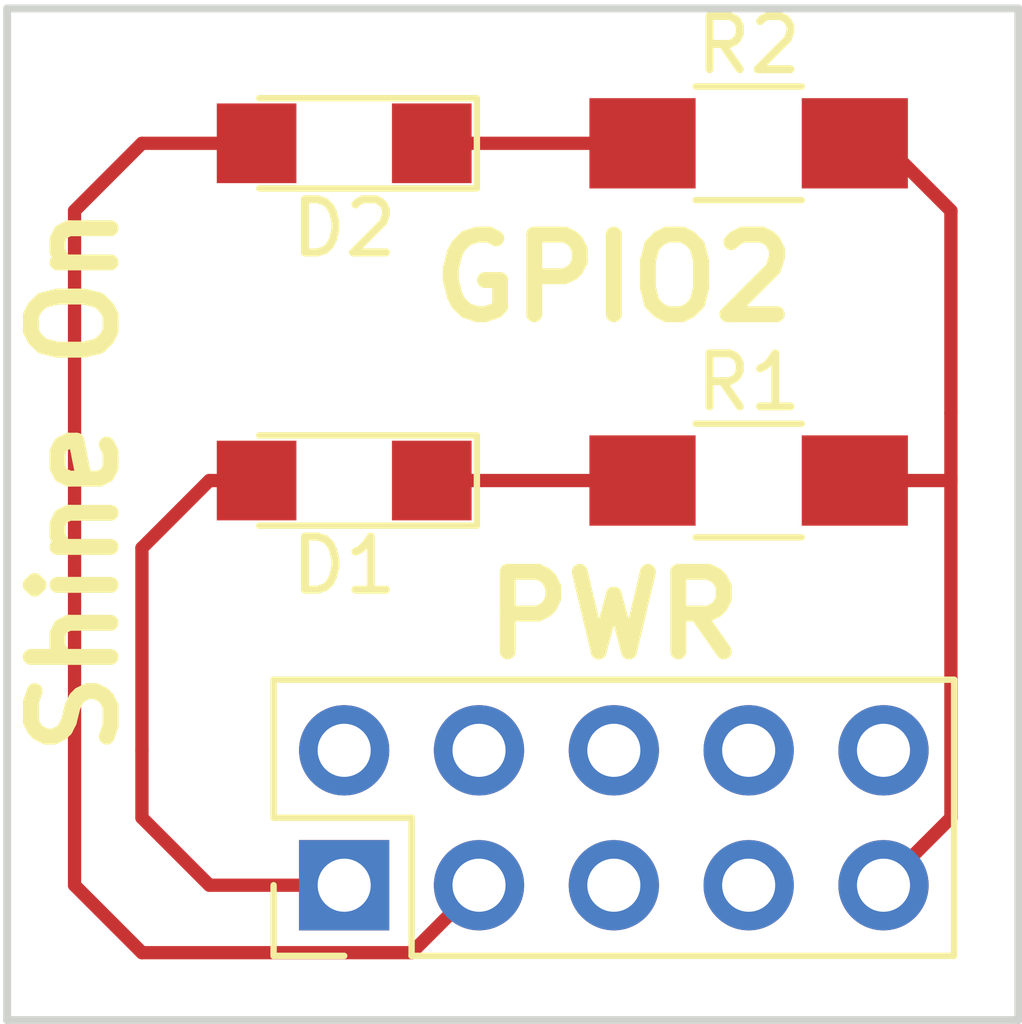
<source format=kicad_pcb>
(kicad_pcb (version 4) (host pcbnew 4.0.7)

  (general
    (links 6)
    (no_connects 0)
    (area 153.594999 88.824999 172.795001 108.025001)
    (thickness 1.6)
    (drawings 7)
    (tracks 21)
    (zones 0)
    (modules 5)
    (nets 13)
  )

  (page A4)
  (layers
    (0 F.Cu signal)
    (31 B.Cu signal)
    (32 B.Adhes user)
    (33 F.Adhes user)
    (34 B.Paste user)
    (35 F.Paste user)
    (36 B.SilkS user)
    (37 F.SilkS user)
    (38 B.Mask user)
    (39 F.Mask user)
    (40 Dwgs.User user)
    (41 Cmts.User user)
    (42 Eco1.User user)
    (43 Eco2.User user)
    (44 Edge.Cuts user)
    (45 Margin user)
    (46 B.CrtYd user)
    (47 F.CrtYd user)
    (48 B.Fab user)
    (49 F.Fab user)
  )

  (setup
    (last_trace_width 0.25)
    (trace_clearance 0.2)
    (zone_clearance 0.508)
    (zone_45_only no)
    (trace_min 0.2)
    (segment_width 0.2)
    (edge_width 0.15)
    (via_size 0.6)
    (via_drill 0.4)
    (via_min_size 0.4)
    (via_min_drill 0.3)
    (uvia_size 0.3)
    (uvia_drill 0.1)
    (uvias_allowed no)
    (uvia_min_size 0.2)
    (uvia_min_drill 0.1)
    (pcb_text_width 0.3)
    (pcb_text_size 1.5 1.5)
    (mod_edge_width 0.15)
    (mod_text_size 1 1)
    (mod_text_width 0.15)
    (pad_size 1.524 1.524)
    (pad_drill 0.762)
    (pad_to_mask_clearance 0.2)
    (aux_axis_origin 0 0)
    (visible_elements FFFFFF7F)
    (pcbplotparams
      (layerselection 0x00030_80000001)
      (usegerberextensions false)
      (excludeedgelayer true)
      (linewidth 0.100000)
      (plotframeref false)
      (viasonmask false)
      (mode 1)
      (useauxorigin false)
      (hpglpennumber 1)
      (hpglpenspeed 20)
      (hpglpendiameter 15)
      (hpglpenoverlay 2)
      (psnegative false)
      (psa4output false)
      (plotreference true)
      (plotvalue true)
      (plotinvisibletext false)
      (padsonsilk false)
      (subtractmaskfromsilk false)
      (outputformat 1)
      (mirror false)
      (drillshape 1)
      (scaleselection 1)
      (outputdirectory ""))
  )

  (net 0 "")
  (net 1 "Net-(D1-Pad2)")
  (net 2 "Net-(D1-Pad1)")
  (net 3 "Net-(D2-Pad2)")
  (net 4 "Net-(D2-Pad1)")
  (net 5 "Net-(J1-Pad2)")
  (net 6 "Net-(J1-Pad6)")
  (net 7 "Net-(J1-Pad7)")
  (net 8 "Net-(J1-Pad8)")
  (net 9 "Net-(J1-Pad9)")
  (net 10 "Net-(J1-Pad10)")
  (net 11 "Net-(J1-Pad5)")
  (net 12 "Net-(J1-Pad4)")

  (net_class Default "This is the default net class."
    (clearance 0.2)
    (trace_width 0.25)
    (via_dia 0.6)
    (via_drill 0.4)
    (uvia_dia 0.3)
    (uvia_drill 0.1)
    (add_net "Net-(D1-Pad1)")
    (add_net "Net-(D1-Pad2)")
    (add_net "Net-(D2-Pad1)")
    (add_net "Net-(D2-Pad2)")
    (add_net "Net-(J1-Pad10)")
    (add_net "Net-(J1-Pad2)")
    (add_net "Net-(J1-Pad4)")
    (add_net "Net-(J1-Pad5)")
    (add_net "Net-(J1-Pad6)")
    (add_net "Net-(J1-Pad7)")
    (add_net "Net-(J1-Pad8)")
    (add_net "Net-(J1-Pad9)")
  )

  (module LEDs:LED_1206 (layer F.Cu) (tedit 5A3BE953) (tstamp 5A3AE4C2)
    (at 160.02 97.79 180)
    (descr "LED 1206 smd package")
    (tags "LED led 1206 SMD smd SMT smt smdled SMDLED smtled SMTLED")
    (path /5A29ACA2)
    (attr smd)
    (fp_text reference D1 (at 0 -1.6 180) (layer F.SilkS)
      (effects (font (size 1 1) (thickness 0.15)))
    )
    (fp_text value LED (at 0 1.7 180) (layer F.Fab) hide
      (effects (font (size 1 1) (thickness 0.15)))
    )
    (fp_line (start -2.5 -0.85) (end -2.5 0.85) (layer F.SilkS) (width 0.12))
    (fp_line (start -0.45 -0.4) (end -0.45 0.4) (layer F.Fab) (width 0.1))
    (fp_line (start -0.4 0) (end 0.2 -0.4) (layer F.Fab) (width 0.1))
    (fp_line (start 0.2 0.4) (end -0.4 0) (layer F.Fab) (width 0.1))
    (fp_line (start 0.2 -0.4) (end 0.2 0.4) (layer F.Fab) (width 0.1))
    (fp_line (start 1.6 0.8) (end -1.6 0.8) (layer F.Fab) (width 0.1))
    (fp_line (start 1.6 -0.8) (end 1.6 0.8) (layer F.Fab) (width 0.1))
    (fp_line (start -1.6 -0.8) (end 1.6 -0.8) (layer F.Fab) (width 0.1))
    (fp_line (start -1.6 0.8) (end -1.6 -0.8) (layer F.Fab) (width 0.1))
    (fp_line (start -2.45 0.85) (end 1.6 0.85) (layer F.SilkS) (width 0.12))
    (fp_line (start -2.45 -0.85) (end 1.6 -0.85) (layer F.SilkS) (width 0.12))
    (fp_line (start 2.65 -1) (end 2.65 1) (layer F.CrtYd) (width 0.05))
    (fp_line (start 2.65 1) (end -2.65 1) (layer F.CrtYd) (width 0.05))
    (fp_line (start -2.65 1) (end -2.65 -1) (layer F.CrtYd) (width 0.05))
    (fp_line (start -2.65 -1) (end 2.65 -1) (layer F.CrtYd) (width 0.05))
    (pad 2 smd rect (at 1.65 0) (size 1.5 1.5) (layers F.Cu F.Paste F.Mask)
      (net 1 "Net-(D1-Pad2)"))
    (pad 1 smd rect (at -1.65 0) (size 1.5 1.5) (layers F.Cu F.Paste F.Mask)
      (net 2 "Net-(D1-Pad1)"))
    (model ${KISYS3DMOD}/LEDs.3dshapes/LED_1206.wrl
      (at (xyz 0 0 0))
      (scale (xyz 1 1 1))
      (rotate (xyz 0 0 180))
    )
  )

  (module LEDs:LED_1206 (layer F.Cu) (tedit 5A3BE959) (tstamp 5A3AE4D7)
    (at 160.02 91.44 180)
    (descr "LED 1206 smd package")
    (tags "LED led 1206 SMD smd SMT smt smdled SMDLED smtled SMTLED")
    (path /5A29ACCD)
    (attr smd)
    (fp_text reference D2 (at 0 -1.6 180) (layer F.SilkS)
      (effects (font (size 1 1) (thickness 0.15)))
    )
    (fp_text value LED (at 0 1.7 180) (layer F.Fab) hide
      (effects (font (size 1 1) (thickness 0.15)))
    )
    (fp_line (start -2.5 -0.85) (end -2.5 0.85) (layer F.SilkS) (width 0.12))
    (fp_line (start -0.45 -0.4) (end -0.45 0.4) (layer F.Fab) (width 0.1))
    (fp_line (start -0.4 0) (end 0.2 -0.4) (layer F.Fab) (width 0.1))
    (fp_line (start 0.2 0.4) (end -0.4 0) (layer F.Fab) (width 0.1))
    (fp_line (start 0.2 -0.4) (end 0.2 0.4) (layer F.Fab) (width 0.1))
    (fp_line (start 1.6 0.8) (end -1.6 0.8) (layer F.Fab) (width 0.1))
    (fp_line (start 1.6 -0.8) (end 1.6 0.8) (layer F.Fab) (width 0.1))
    (fp_line (start -1.6 -0.8) (end 1.6 -0.8) (layer F.Fab) (width 0.1))
    (fp_line (start -1.6 0.8) (end -1.6 -0.8) (layer F.Fab) (width 0.1))
    (fp_line (start -2.45 0.85) (end 1.6 0.85) (layer F.SilkS) (width 0.12))
    (fp_line (start -2.45 -0.85) (end 1.6 -0.85) (layer F.SilkS) (width 0.12))
    (fp_line (start 2.65 -1) (end 2.65 1) (layer F.CrtYd) (width 0.05))
    (fp_line (start 2.65 1) (end -2.65 1) (layer F.CrtYd) (width 0.05))
    (fp_line (start -2.65 1) (end -2.65 -1) (layer F.CrtYd) (width 0.05))
    (fp_line (start -2.65 -1) (end 2.65 -1) (layer F.CrtYd) (width 0.05))
    (pad 2 smd rect (at 1.65 0) (size 1.5 1.5) (layers F.Cu F.Paste F.Mask)
      (net 3 "Net-(D2-Pad2)"))
    (pad 1 smd rect (at -1.65 0) (size 1.5 1.5) (layers F.Cu F.Paste F.Mask)
      (net 4 "Net-(D2-Pad1)"))
    (model ${KISYS3DMOD}/LEDs.3dshapes/LED_1206.wrl
      (at (xyz 0 0 0))
      (scale (xyz 1 1 1))
      (rotate (xyz 0 0 180))
    )
  )

  (module Resistors_SMD:R_1206_HandSoldering (layer F.Cu) (tedit 5A3BE93F) (tstamp 5A3AE50D)
    (at 167.64 97.79)
    (descr "Resistor SMD 1206, hand soldering")
    (tags "resistor 1206")
    (path /5A29ADA1)
    (attr smd)
    (fp_text reference R1 (at 0 -1.85) (layer F.SilkS)
      (effects (font (size 1 1) (thickness 0.15)))
    )
    (fp_text value 200 (at 0 1.9) (layer F.Fab) hide
      (effects (font (size 1 1) (thickness 0.15)))
    )
    (fp_text user %R (at 0 0 90) (layer F.Fab)
      (effects (font (size 0.7 0.7) (thickness 0.105)))
    )
    (fp_line (start -1.6 0.8) (end -1.6 -0.8) (layer F.Fab) (width 0.1))
    (fp_line (start 1.6 0.8) (end -1.6 0.8) (layer F.Fab) (width 0.1))
    (fp_line (start 1.6 -0.8) (end 1.6 0.8) (layer F.Fab) (width 0.1))
    (fp_line (start -1.6 -0.8) (end 1.6 -0.8) (layer F.Fab) (width 0.1))
    (fp_line (start 1 1.07) (end -1 1.07) (layer F.SilkS) (width 0.12))
    (fp_line (start -1 -1.07) (end 1 -1.07) (layer F.SilkS) (width 0.12))
    (fp_line (start -3.25 -1.11) (end 3.25 -1.11) (layer F.CrtYd) (width 0.05))
    (fp_line (start -3.25 -1.11) (end -3.25 1.1) (layer F.CrtYd) (width 0.05))
    (fp_line (start 3.25 1.1) (end 3.25 -1.11) (layer F.CrtYd) (width 0.05))
    (fp_line (start 3.25 1.1) (end -3.25 1.1) (layer F.CrtYd) (width 0.05))
    (pad 1 smd rect (at -2 0) (size 2 1.7) (layers F.Cu F.Paste F.Mask)
      (net 2 "Net-(D1-Pad1)"))
    (pad 2 smd rect (at 2 0) (size 2 1.7) (layers F.Cu F.Paste F.Mask)
      (net 9 "Net-(J1-Pad9)"))
    (model ${KISYS3DMOD}/Resistors_SMD.3dshapes/R_1206.wrl
      (at (xyz 0 0 0))
      (scale (xyz 1 1 1))
      (rotate (xyz 0 0 0))
    )
  )

  (module Pin_Headers:Pin_Header_Straight_2x05_Pitch2.54mm (layer F.Cu) (tedit 5A3BEA3A) (tstamp 5A3BE566)
    (at 160.02 105.41 90)
    (descr "Through hole straight pin header, 2x05, 2.54mm pitch, double rows")
    (tags "Through hole pin header THT 2x05 2.54mm double row")
    (path /5A3BE4E5)
    (fp_text reference J1 (at 1.27 -2.33 90) (layer F.SilkS) hide
      (effects (font (size 1 1) (thickness 0.15)))
    )
    (fp_text value Conn_02x05_Odd_Even (at 1.27 12.49 90) (layer F.Fab) hide
      (effects (font (size 1 1) (thickness 0.15)))
    )
    (fp_line (start 0 -1.27) (end 3.81 -1.27) (layer F.Fab) (width 0.1))
    (fp_line (start 3.81 -1.27) (end 3.81 11.43) (layer F.Fab) (width 0.1))
    (fp_line (start 3.81 11.43) (end -1.27 11.43) (layer F.Fab) (width 0.1))
    (fp_line (start -1.27 11.43) (end -1.27 0) (layer F.Fab) (width 0.1))
    (fp_line (start -1.27 0) (end 0 -1.27) (layer F.Fab) (width 0.1))
    (fp_line (start -1.33 11.49) (end 3.87 11.49) (layer F.SilkS) (width 0.12))
    (fp_line (start -1.33 1.27) (end -1.33 11.49) (layer F.SilkS) (width 0.12))
    (fp_line (start 3.87 -1.33) (end 3.87 11.49) (layer F.SilkS) (width 0.12))
    (fp_line (start -1.33 1.27) (end 1.27 1.27) (layer F.SilkS) (width 0.12))
    (fp_line (start 1.27 1.27) (end 1.27 -1.33) (layer F.SilkS) (width 0.12))
    (fp_line (start 1.27 -1.33) (end 3.87 -1.33) (layer F.SilkS) (width 0.12))
    (fp_line (start -1.33 0) (end -1.33 -1.33) (layer F.SilkS) (width 0.12))
    (fp_line (start -1.33 -1.33) (end 0 -1.33) (layer F.SilkS) (width 0.12))
    (fp_line (start -1.8 -1.8) (end -1.8 11.95) (layer F.CrtYd) (width 0.05))
    (fp_line (start -1.8 11.95) (end 4.35 11.95) (layer F.CrtYd) (width 0.05))
    (fp_line (start 4.35 11.95) (end 4.35 -1.8) (layer F.CrtYd) (width 0.05))
    (fp_line (start 4.35 -1.8) (end -1.8 -1.8) (layer F.CrtYd) (width 0.05))
    (fp_text user %R (at 1.27 5.08 180) (layer F.Fab)
      (effects (font (size 1 1) (thickness 0.15)))
    )
    (pad 1 thru_hole rect (at 0 0 90) (size 1.7 1.7) (drill 1) (layers *.Cu *.Mask)
      (net 1 "Net-(D1-Pad2)"))
    (pad 2 thru_hole oval (at 2.54 0 90) (size 1.7 1.7) (drill 1) (layers *.Cu *.Mask)
      (net 5 "Net-(J1-Pad2)"))
    (pad 3 thru_hole oval (at 0 2.54 90) (size 1.7 1.7) (drill 1) (layers *.Cu *.Mask)
      (net 3 "Net-(D2-Pad2)"))
    (pad 4 thru_hole oval (at 2.54 2.54 90) (size 1.7 1.7) (drill 1) (layers *.Cu *.Mask)
      (net 12 "Net-(J1-Pad4)"))
    (pad 5 thru_hole oval (at 0 5.08 90) (size 1.7 1.7) (drill 1) (layers *.Cu *.Mask)
      (net 11 "Net-(J1-Pad5)"))
    (pad 6 thru_hole oval (at 2.54 5.08 90) (size 1.7 1.7) (drill 1) (layers *.Cu *.Mask)
      (net 6 "Net-(J1-Pad6)"))
    (pad 7 thru_hole oval (at 0 7.62 90) (size 1.7 1.7) (drill 1) (layers *.Cu *.Mask)
      (net 7 "Net-(J1-Pad7)"))
    (pad 8 thru_hole oval (at 2.54 7.62 90) (size 1.7 1.7) (drill 1) (layers *.Cu *.Mask)
      (net 8 "Net-(J1-Pad8)"))
    (pad 9 thru_hole oval (at 0 10.16 90) (size 1.7 1.7) (drill 1) (layers *.Cu *.Mask)
      (net 9 "Net-(J1-Pad9)"))
    (pad 10 thru_hole oval (at 2.54 10.16 90) (size 1.7 1.7) (drill 1) (layers *.Cu *.Mask)
      (net 10 "Net-(J1-Pad10)"))
    (model ${KISYS3DMOD}/Pin_Headers.3dshapes/Pin_Header_Straight_2x05_Pitch2.54mm.wrl
      (at (xyz 0 0 0))
      (scale (xyz 1 1 1))
      (rotate (xyz 0 0 0))
    )
  )

  (module Resistors_SMD:R_1206_HandSoldering (layer F.Cu) (tedit 5A3BE932) (tstamp 5A3BE707)
    (at 167.64 91.44)
    (descr "Resistor SMD 1206, hand soldering")
    (tags "resistor 1206")
    (path /5A29AD59)
    (attr smd)
    (fp_text reference R2 (at 0 -1.85) (layer F.SilkS)
      (effects (font (size 1 1) (thickness 0.15)))
    )
    (fp_text value 200 (at 0 1.9) (layer F.Fab) hide
      (effects (font (size 1 1) (thickness 0.15)))
    )
    (fp_text user %R (at 0 0) (layer F.Fab)
      (effects (font (size 0.7 0.7) (thickness 0.105)))
    )
    (fp_line (start -1.6 0.8) (end -1.6 -0.8) (layer F.Fab) (width 0.1))
    (fp_line (start 1.6 0.8) (end -1.6 0.8) (layer F.Fab) (width 0.1))
    (fp_line (start 1.6 -0.8) (end 1.6 0.8) (layer F.Fab) (width 0.1))
    (fp_line (start -1.6 -0.8) (end 1.6 -0.8) (layer F.Fab) (width 0.1))
    (fp_line (start 1 1.07) (end -1 1.07) (layer F.SilkS) (width 0.12))
    (fp_line (start -1 -1.07) (end 1 -1.07) (layer F.SilkS) (width 0.12))
    (fp_line (start -3.25 -1.11) (end 3.25 -1.11) (layer F.CrtYd) (width 0.05))
    (fp_line (start -3.25 -1.11) (end -3.25 1.1) (layer F.CrtYd) (width 0.05))
    (fp_line (start 3.25 1.1) (end 3.25 -1.11) (layer F.CrtYd) (width 0.05))
    (fp_line (start 3.25 1.1) (end -3.25 1.1) (layer F.CrtYd) (width 0.05))
    (pad 1 smd rect (at -2 0) (size 2 1.7) (layers F.Cu F.Paste F.Mask)
      (net 4 "Net-(D2-Pad1)"))
    (pad 2 smd rect (at 2 0) (size 2 1.7) (layers F.Cu F.Paste F.Mask)
      (net 9 "Net-(J1-Pad9)"))
    (model ${KISYS3DMOD}/Resistors_SMD.3dshapes/R_1206.wrl
      (at (xyz 0 0 0))
      (scale (xyz 1 1 1))
      (rotate (xyz 0 0 0))
    )
  )

  (gr_text "GPIO2\n" (at 165.1 93.98) (layer F.SilkS)
    (effects (font (size 1.5 1.5) (thickness 0.3)))
  )
  (gr_text PWR (at 165.1 100.33) (layer F.SilkS)
    (effects (font (size 1.5 1.5) (thickness 0.3)))
  )
  (gr_text "Shine On" (at 154.94 97.79 90) (layer F.SilkS)
    (effects (font (size 1.5 1.5) (thickness 0.3)))
  )
  (gr_line (start 153.67 107.95) (end 172.72 107.95) (angle 90) (layer Edge.Cuts) (width 0.15))
  (gr_line (start 153.67 88.9) (end 153.67 107.95) (angle 90) (layer Edge.Cuts) (width 0.15))
  (gr_line (start 172.72 88.9) (end 153.67 88.9) (angle 90) (layer Edge.Cuts) (width 0.15))
  (gr_line (start 172.72 107.95) (end 172.72 88.9) (angle 90) (layer Edge.Cuts) (width 0.15))

  (segment (start 156.21 102.87) (end 156.21 99.06) (width 0.25) (layer F.Cu) (net 1))
  (segment (start 157.48 97.79) (end 156.21 99.06) (width 0.25) (layer F.Cu) (net 1) (tstamp 5A3BE752))
  (segment (start 157.48 97.79) (end 158.37 97.79) (width 0.25) (layer F.Cu) (net 1))
  (segment (start 156.21 102.87) (end 156.21 104.14) (width 0.25) (layer F.Cu) (net 1))
  (segment (start 157.48 105.41) (end 160.02 105.41) (width 0.25) (layer F.Cu) (net 1) (tstamp 5A3BE757))
  (segment (start 156.21 104.14) (end 157.48 105.41) (width 0.25) (layer F.Cu) (net 1) (tstamp 5A3BE755))
  (segment (start 161.67 97.79) (end 165.64 97.79) (width 0.25) (layer F.Cu) (net 2))
  (segment (start 161.29 106.68) (end 162.56 105.41) (width 0.25) (layer F.Cu) (net 3))
  (segment (start 161.29 106.68) (end 156.21 106.68) (width 0.25) (layer F.Cu) (net 3) (tstamp 5A3BE75C))
  (segment (start 156.21 91.44) (end 158.37 91.44) (width 0.25) (layer F.Cu) (net 3) (tstamp 5A3BE74E))
  (segment (start 154.94 92.71) (end 156.21 91.44) (width 0.25) (layer F.Cu) (net 3) (tstamp 5A3BE74C))
  (segment (start 154.94 105.41) (end 154.94 92.71) (width 0.25) (layer F.Cu) (net 3) (tstamp 5A3BE74B))
  (segment (start 156.21 106.68) (end 154.94 105.41) (width 0.25) (layer F.Cu) (net 3) (tstamp 5A3BE74A))
  (segment (start 161.67 91.44) (end 165.64 91.44) (width 0.25) (layer F.Cu) (net 4))
  (segment (start 169.64 97.79) (end 171.45 97.79) (width 0.25) (layer F.Cu) (net 9) (status 400000))
  (segment (start 171.45 92.71) (end 171.45 96.52) (width 0.25) (layer F.Cu) (net 9))
  (segment (start 171.45 96.52) (end 171.45 97.79) (width 0.25) (layer F.Cu) (net 9) (tstamp 5A3BE89E))
  (segment (start 171.45 97.79) (end 171.45 104.14) (width 0.25) (layer F.Cu) (net 9) (tstamp 5A3BEC78))
  (segment (start 171.45 104.14) (end 170.18 105.41) (width 0.25) (layer F.Cu) (net 9) (tstamp 5A3BE639))
  (segment (start 171.45 92.71) (end 170.18 91.44) (width 0.25) (layer F.Cu) (net 9) (tstamp 5A3BE889))
  (segment (start 170.18 91.44) (end 171.45 92.71) (width 0.25) (layer F.Cu) (net 9) (tstamp 5A3BE88C))

)

</source>
